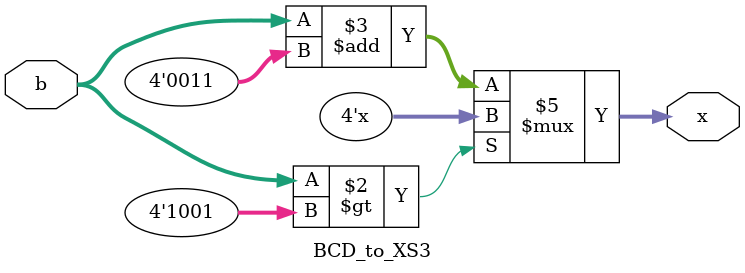
<source format=v>
`timescale 1ns / 1ps


module BCD_to_XS3(x,b);
input [3:0]b;
output reg [3:0]x;
always@(b)
begin
    if(b>4'b1001)
        x=4'bxxxx;
    else
        x=b+4'b0011;

end
endmodule

</source>
